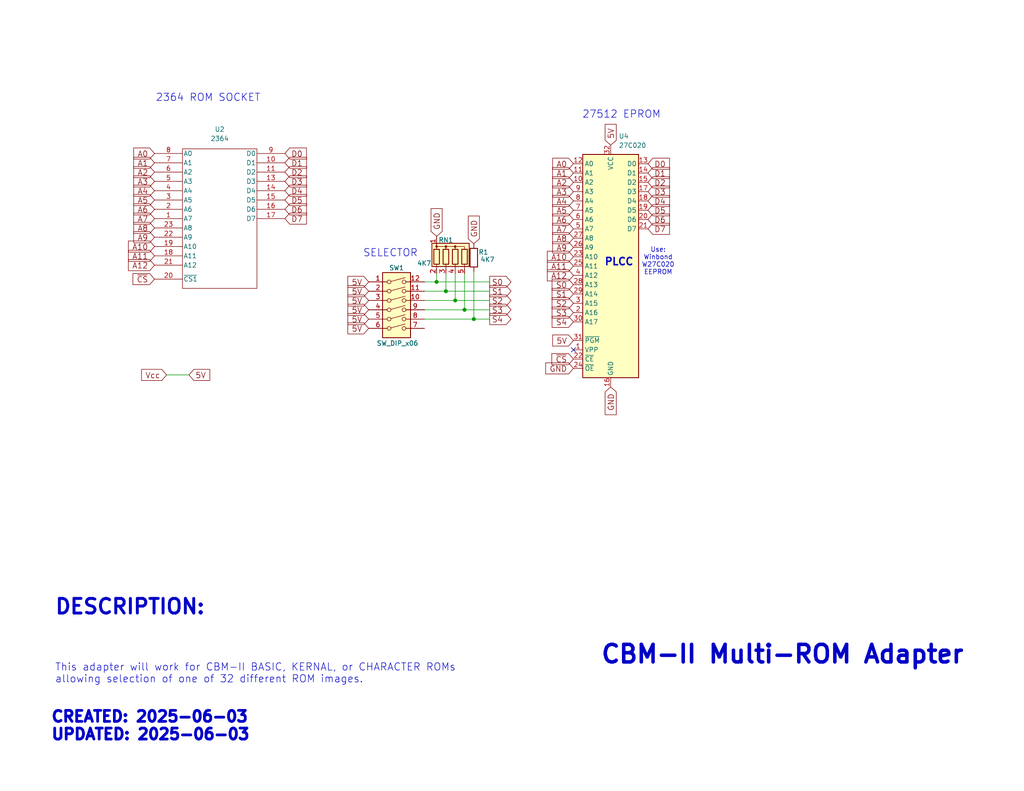
<source format=kicad_sch>
(kicad_sch (version 20250114) (generator "eeschema") (generator_version "9.0")
  (paper "USLetter")
  (title_block (title "CBM-II Multi-ROM Adapter") (date "2025-06-03") (rev "1.0") (company "Steve J. Gray"))
  (lib_symbols
    (symbol "Device:R" (pin_numbers (hide yes)) (pin_names (offset 0))
      (property "Reference" "R" (at 2.032 0 90))
      (property "Value" "R" (at 0 0 90))
      (symbol "R_0_1"
        (rectangle (start -1.016 -2.54) (end 1.016 2.54) (stroke (width 0.254)))
      )
      (symbol "R_1_1"
        (pin passive line (at 0 3.81 270) (length 1.27) (name "~") (number "1"))
        (pin passive line (at 0 -3.81 90) (length 1.27) (name "~") (number "2"))
      )
    )
    (symbol "Device:R_Network04" (pin_names (offset 0) (hide yes))
      (property "Reference" "RN" (at -7.62 0 90))
      (property "Value" "R_Network04" (at 5.08 0 90))
      (symbol "R_Network04_0_1"
        (rectangle (start -6.35 -3.175) (end 3.81 3.175) (stroke (width 0.254)) (fill (type background)))
        (rectangle (start -5.842 1.524) (end -4.318 -2.54) (stroke (width 0.254)))
        (circle (center -5.08 2.286) (radius 0.254) (fill (type outline)))
        (polyline (pts (xy -5.08 1.524) (xy -5.08 2.286) (xy -2.54 2.286) (xy -2.54 1.524)))
        (polyline (pts (xy -5.08 -2.54) (xy -5.08 -3.81)))
        (rectangle (start -3.302 1.524) (end -1.778 -2.54) (stroke (width 0.254)))
        (circle (center -2.54 2.286) (radius 0.254) (fill (type outline)))
        (polyline (pts (xy -2.54 1.524) (xy -2.54 2.286) (xy 0 2.286) (xy 0 1.524)))
        (polyline (pts (xy -2.54 -2.54) (xy -2.54 -3.81)))
        (rectangle (start -0.762 1.524) (end 0.762 -2.54) (stroke (width 0.254)))
        (circle (center 0 2.286) (radius 0.254) (fill (type outline)))
        (polyline (pts (xy 0 1.524) (xy 0 2.286) (xy 2.54 2.286) (xy 2.54 1.524)))
        (polyline (pts (xy 0 -2.54) (xy 0 -3.81)))
        (rectangle (start 1.778 1.524) (end 3.302 -2.54) (stroke (width 0.254)))
        (polyline (pts (xy 2.54 -2.54) (xy 2.54 -3.81)))
      )
      (symbol "R_Network04_1_1"
        (pin passive line (at -5.08 5.08 270) (length 2.54) (name "common") (number "1"))
        (pin passive line (at -5.08 -5.08 90) (length 1.27) (name "R1") (number "2"))
        (pin passive line (at -2.54 -5.08 90) (length 1.27) (name "R2") (number "3"))
        (pin passive line (at 0 -5.08 90) (length 1.27) (name "R3") (number "4"))
        (pin passive line (at 2.54 -5.08 90) (length 1.27) (name "R4") (number "5"))
      )
    )
    (symbol "Memory_EPROM:27C020"
      (property "Reference" "U" (at -7.62 31.75 0))
      (property "Value" "27C020" (at 2.54 -31.75 0))
      (symbol "27C020_1_1"
        (rectangle (start -7.62 30.48) (end 7.62 -30.48) (stroke (width 0.254)) (fill (type background)))
        (pin input line (at -10.16 27.94 0) (length 2.54) (name "A0") (number "12"))
        (pin input line (at -10.16 25.4 0) (length 2.54) (name "A1") (number "11"))
        (pin input line (at -10.16 22.86 0) (length 2.54) (name "A2") (number "10"))
        (pin input line (at -10.16 20.32 0) (length 2.54) (name "A3") (number "9"))
        (pin input line (at -10.16 17.78 0) (length 2.54) (name "A4") (number "8"))
        (pin input line (at -10.16 15.24 0) (length 2.54) (name "A5") (number "7"))
        (pin input line (at -10.16 12.7 0) (length 2.54) (name "A6") (number "6"))
        (pin input line (at -10.16 10.16 0) (length 2.54) (name "A7") (number "5"))
        (pin input line (at -10.16 7.62 0) (length 2.54) (name "A8") (number "27"))
        (pin input line (at -10.16 5.08 0) (length 2.54) (name "A9") (number "26"))
        (pin input line (at -10.16 2.54 0) (length 2.54) (name "A10") (number "23"))
        (pin input line (at -10.16 0 0) (length 2.54) (name "A11") (number "25"))
        (pin input line (at -10.16 -2.54 0) (length 2.54) (name "A12") (number "4"))
        (pin input line (at -10.16 -5.08 0) (length 2.54) (name "A13") (number "28"))
        (pin input line (at -10.16 -7.62 0) (length 2.54) (name "A14") (number "29"))
        (pin input line (at -10.16 -10.16 0) (length 2.54) (name "A15") (number "3"))
        (pin input line (at -10.16 -12.7 0) (length 2.54) (name "A16") (number "2"))
        (pin input line (at -10.16 -15.24 0) (length 2.54) (name "A17") (number "30"))
        (pin input line (at -10.16 -20.32 0) (length 2.54) (name "~{PGM}") (number "31"))
        (pin input line (at -10.16 -22.86 0) (length 2.54) (name "VPP") (number "1"))
        (pin input line (at -10.16 -25.4 0) (length 2.54) (name "~{CE}") (number "22"))
        (pin input line (at -10.16 -27.94 0) (length 2.54) (name "~{OE}") (number "24"))
        (pin power_in line (at 0 33.02 270) (length 2.54) (name "VCC") (number "32"))
        (pin power_in line (at 0 -33.02 90) (length 2.54) (name "GND") (number "16"))
        (pin tri_state line (at 10.16 27.94 180) (length 2.54) (name "D0") (number "13"))
        (pin tri_state line (at 10.16 25.4 180) (length 2.54) (name "D1") (number "14"))
        (pin tri_state line (at 10.16 22.86 180) (length 2.54) (name "D2") (number "15"))
        (pin tri_state line (at 10.16 20.32 180) (length 2.54) (name "D3") (number "17"))
        (pin tri_state line (at 10.16 17.78 180) (length 2.54) (name "D4") (number "18"))
        (pin tri_state line (at 10.16 15.24 180) (length 2.54) (name "D5") (number "19"))
        (pin tri_state line (at 10.16 12.7 180) (length 2.54) (name "D6") (number "20"))
        (pin tri_state line (at 10.16 10.16 180) (length 2.54) (name "D7") (number "21"))
      )
    )
    (symbol "Switch:SW_DIP_x06" (pin_names (offset 0) (hide yes))
      (property "Reference" "SW" (at 0 11.43 0))
      (property "Value" "SW_DIP_x06" (at 0 -8.89 0))
      (symbol "SW_DIP_x06_0_0"
        (circle (center -2.032 7.62) (radius 0.508))
        (circle (center -2.032 5.08) (radius 0.508))
        (circle (center -2.032 2.54) (radius 0.508))
        (circle (center -2.032 0) (radius 0.508))
        (circle (center -2.032 -2.54) (radius 0.508))
        (circle (center -2.032 -5.08) (radius 0.508))
        (polyline (pts (xy -1.524 7.747) (xy 2.3622 8.7884)))
        (polyline (pts (xy -1.524 5.207) (xy 2.3622 6.2484)))
        (polyline (pts (xy -1.524 2.667) (xy 2.3622 3.7084)))
        (polyline (pts (xy -1.524 0.127) (xy 2.3622 1.1684)))
        (polyline (pts (xy -1.524 -2.3876) (xy 2.3622 -1.3462)))
        (polyline (pts (xy -1.524 -4.9276) (xy 2.3622 -3.8862)))
        (circle (center 2.032 7.62) (radius 0.508))
        (circle (center 2.032 5.08) (radius 0.508))
        (circle (center 2.032 2.54) (radius 0.508))
        (circle (center 2.032 0) (radius 0.508))
        (circle (center 2.032 -2.54) (radius 0.508))
        (circle (center 2.032 -5.08) (radius 0.508))
      )
      (symbol "SW_DIP_x06_0_1"
        (rectangle (start -3.81 10.16) (end 3.81 -7.62) (stroke (width 0.254)) (fill (type background)))
      )
      (symbol "SW_DIP_x06_1_1"
        (pin passive line (at -7.62 7.62 0) (length 5.08) (name "~") (number "1"))
        (pin passive line (at -7.62 5.08 0) (length 5.08) (name "~") (number "2"))
        (pin passive line (at -7.62 2.54 0) (length 5.08) (name "~") (number "3"))
        (pin passive line (at -7.62 0 0) (length 5.08) (name "~") (number "4"))
        (pin passive line (at -7.62 -2.54 0) (length 5.08) (name "~") (number "5"))
        (pin passive line (at -7.62 -5.08 0) (length 5.08) (name "~") (number "6"))
        (pin passive line (at 7.62 7.62 180) (length 5.08) (name "~") (number "12"))
        (pin passive line (at 7.62 5.08 180) (length 5.08) (name "~") (number "11"))
        (pin passive line (at 7.62 2.54 180) (length 5.08) (name "~") (number "10"))
        (pin passive line (at 7.62 0 180) (length 5.08) (name "~") (number "9"))
        (pin passive line (at 7.62 -2.54 180) (length 5.08) (name "~") (number "8"))
        (pin passive line (at 7.62 -5.08 180) (length 5.08) (name "~") (number "7"))
      )
    )
    (symbol "cbm-steve:2364" (pin_names (offset 0.254))
      (property "Reference" "U" (at 0 1.524 0))
      (property "Value" "2364" (at 0 -2.032 0))
      (symbol "2364_0_0"
        (pin power_in line (at 0 20.32 270) (length 1.27) (hide yes) (name "Vcc") (number "24"))
        (pin power_in line (at 0 -20.32 90) (length 1.27) (hide yes) (name "GND") (number "12"))
      )
      (symbol "2364_0_1"
        (rectangle (start -10.16 19.05) (end 10.16 -19.05))
      )
      (symbol "2364_1_1"
        (pin input line (at -17.78 17.78 0) (length 7.62) (name "A0") (number "8"))
        (pin input line (at -17.78 15.24 0) (length 7.62) (name "A1") (number "7"))
        (pin input line (at -17.78 12.7 0) (length 7.62) (name "A2") (number "6"))
        (pin input line (at -17.78 10.16 0) (length 7.62) (name "A3") (number "5"))
        (pin input line (at -17.78 7.62 0) (length 7.62) (name "A4") (number "4"))
        (pin input line (at -17.78 5.08 0) (length 7.62) (name "A5") (number "3"))
        (pin input line (at -17.78 2.54 0) (length 7.62) (name "A6") (number "2"))
        (pin input line (at -17.78 0 0) (length 7.62) (name "A7") (number "1"))
        (pin input line (at -17.78 -2.54 0) (length 7.62) (name "A8") (number "23"))
        (pin input line (at -17.78 -5.08 0) (length 7.62) (name "A9") (number "22"))
        (pin input line (at -17.78 -7.62 0) (length 7.62) (name "A10") (number "19"))
        (pin input line (at -17.78 -10.16 0) (length 7.62) (name "A11") (number "18"))
        (pin input line (at -17.78 -12.7 0) (length 7.62) (name "A12") (number "21"))
        (pin input line (at -17.78 -16.51 0) (length 7.62) (name "~{CS1}") (number "20"))
        (pin output line (at 17.78 17.78 180) (length 7.62) (name "D0") (number "9"))
        (pin output line (at 17.78 15.24 180) (length 7.62) (name "D1") (number "10"))
        (pin output line (at 17.78 12.7 180) (length 7.62) (name "D2") (number "11"))
        (pin output line (at 17.78 10.16 180) (length 7.62) (name "D3") (number "13"))
        (pin output line (at 17.78 7.62 180) (length 7.62) (name "D4") (number "14"))
        (pin output line (at 17.78 5.08 180) (length 7.62) (name "D5") (number "15"))
        (pin tri_state line (at 17.78 2.54 180) (length 7.62) (name "D6") (number "16"))
        (pin tri_state line (at 17.78 0 180) (length 7.62) (name "D7") (number "17"))
      )
    )
  )
  (text "CREATED: 2025-06-03\nUPDATED: 2025-06-03" (at 13.716 202.438 0) (effects (font (size 3 3) (thickness 0.7976) (bold yes)) (justify left bottom)))
  (text "This adapter will work for CBM-II BASIC, KERNAL, or CHARACTER ROMs\nallowing selection of one of 32 different ROM images." (at 14.986 186.69 0) (effects (font (size 2.0066 2.0066)) (justify left bottom)))
  (text "2364 ROM SOCKET" (at 71.12 27.94 0) (effects (font (size 2.0066 2.0066)) (justify right bottom)))
  (text "PLCC" (at 168.91 71.628 0) (effects (font (size 2 2) (thickness 0.4) (bold yes))))
  (text "Use:\nWinbond\nW27C020\nEEPROM" (at 179.578 71.374 0) (effects (font (size 1.27 1.27))))
  (text "27512 EPROM" (at 180.34 32.512 0) (effects (font (size 2.0066 2.0066)) (justify right bottom)))
  (text "SELECTOR" (at 114.046 70.358 0) (effects (font (size 2.0066 2.0066)) (justify right bottom)))
  (text "DESCRIPTION:" (at 14.732 168.148 0) (effects (font (size 3.9878 3.9878) (thickness 0.7976) (bold yes)) (justify left bottom)))
  (text "CBM-II Multi-ROM Adapter" (at 263.398 181.61 0) (effects (font (size 4.8006 4.8006) (thickness 0.9601) (bold yes)) (justify right bottom)))
  (junction (at 126.746 84.582))
  (junction (at 124.206 82.042))
  (junction (at 129.286 87.122))
  (junction (at 119.126 76.962))
  (junction (at 121.666 79.502))
  (no_connect (at 156.464 95.504))
  (wire (pts (xy 115.824 84.582) (xy 126.746 84.582)))
  (wire (pts (xy 124.206 74.676) (xy 124.206 82.042)))
  (wire (pts (xy 121.666 79.502) (xy 133.604 79.502)))
  (wire (pts (xy 126.746 84.582) (xy 133.604 84.582)))
  (wire (pts (xy 115.824 87.122) (xy 129.286 87.122)))
  (wire (pts (xy 129.286 74.168) (xy 129.286 87.122)))
  (wire (pts (xy 45.466 102.362) (xy 51.562 102.362)))
  (wire (pts (xy 129.286 87.122) (xy 133.604 87.122)))
  (wire (pts (xy 115.824 76.962) (xy 119.126 76.962)))
  (wire (pts (xy 124.206 82.042) (xy 133.604 82.042)))
  (wire (pts (xy 121.666 74.676) (xy 121.666 79.502)))
  (wire (pts (xy 119.126 74.676) (xy 119.126 76.962)))
  (wire (pts (xy 126.746 74.676) (xy 126.746 84.582)))
  (wire (pts (xy 115.824 79.502) (xy 121.666 79.502)))
  (wire (pts (xy 115.824 82.042) (xy 124.206 82.042)))
  (wire (pts (xy 119.126 76.962) (xy 133.604 76.962)))
  (global_label "D5" (shape input) (at 77.724 54.61 0) (effects (font (size 1.524 1.524))) (property "Intersheetrefs" "${INTERSHEET_REFS}" (effects (hide yes))))
  (global_label "A3" (shape input) (at 156.464 52.324 180) (effects (font (size 1.524 1.524))) (property "Intersheetrefs" "${INTERSHEET_REFS}" (effects (hide yes))))
  (global_label "A11" (shape input) (at 156.464 72.644 180) (effects (font (size 1.524 1.524))) (property "Intersheetrefs" "${INTERSHEET_REFS}" (effects (hide yes))))
  (global_label "A8" (shape input) (at 156.464 65.024 180) (effects (font (size 1.524 1.524))) (property "Intersheetrefs" "${INTERSHEET_REFS}" (effects (hide yes))))
  (global_label "S1" (shape input) (at 156.464 80.264 180) (effects (font (size 1.524 1.524))) (property "Intersheetrefs" "${INTERSHEET_REFS}" (effects (hide yes))))
  (global_label "A2" (shape input) (at 42.164 46.99 180) (effects (font (size 1.524 1.524))) (property "Intersheetrefs" "${INTERSHEET_REFS}" (effects (hide yes))))
  (global_label "5V" (shape input) (at 100.584 84.582 180) (effects (font (size 1.524 1.524))) (property "Intersheetrefs" "${INTERSHEET_REFS}" (effects (hide yes))))
  (global_label "D1" (shape input) (at 176.784 47.244 0) (effects (font (size 1.524 1.524))) (property "Intersheetrefs" "${INTERSHEET_REFS}" (effects (hide yes))))
  (global_label "A4" (shape input) (at 156.464 54.864 180) (effects (font (size 1.524 1.524))) (property "Intersheetrefs" "${INTERSHEET_REFS}" (effects (hide yes))))
  (global_label "GND" (shape input) (at 166.624 105.664 270) (effects (font (size 1.524 1.524))) (property "Intersheetrefs" "${INTERSHEET_REFS}" (effects (hide yes))))
  (global_label "D6" (shape input) (at 176.784 59.944 0) (effects (font (size 1.524 1.524))) (property "Intersheetrefs" "${INTERSHEET_REFS}" (effects (hide yes))))
  (global_label "D5" (shape input) (at 176.784 57.404 0) (effects (font (size 1.524 1.524))) (property "Intersheetrefs" "${INTERSHEET_REFS}" (effects (hide yes))))
  (global_label "D2" (shape input) (at 176.784 49.784 0) (effects (font (size 1.524 1.524))) (property "Intersheetrefs" "${INTERSHEET_REFS}" (effects (hide yes))))
  (global_label "5V" (shape input) (at 100.584 82.042 180) (effects (font (size 1.524 1.524))) (property "Intersheetrefs" "${INTERSHEET_REFS}" (effects (hide yes))))
  (global_label "A0" (shape input) (at 156.464 44.704 180) (effects (font (size 1.524 1.524))) (property "Intersheetrefs" "${INTERSHEET_REFS}" (effects (hide yes))))
  (global_label "D3" (shape input) (at 176.784 52.324 0) (effects (font (size 1.524 1.524))) (property "Intersheetrefs" "${INTERSHEET_REFS}" (effects (hide yes))))
  (global_label "5V" (shape input) (at 51.562 102.362 0) (effects (font (size 1.524 1.524))) (property "Intersheetrefs" "${INTERSHEET_REFS}" (effects (hide yes))))
  (global_label "S3" (shape output) (at 133.604 84.582 0) (effects (font (size 1.524 1.524))) (property "Intersheetrefs" "${INTERSHEET_REFS}" (effects (hide yes))))
  (global_label "A1" (shape input) (at 156.464 47.244 180) (effects (font (size 1.524 1.524))) (property "Intersheetrefs" "${INTERSHEET_REFS}" (effects (hide yes))))
  (global_label "D2" (shape input) (at 77.724 46.99 0) (effects (font (size 1.524 1.524))) (property "Intersheetrefs" "${INTERSHEET_REFS}" (effects (hide yes))))
  (global_label "S1" (shape output) (at 133.604 79.502 0) (effects (font (size 1.524 1.524))) (property "Intersheetrefs" "${INTERSHEET_REFS}" (effects (hide yes))))
  (global_label "S2" (shape output) (at 133.604 82.042 0) (effects (font (size 1.524 1.524))) (property "Intersheetrefs" "${INTERSHEET_REFS}" (effects (hide yes))))
  (global_label "S0" (shape output) (at 133.604 76.962 0) (effects (font (size 1.524 1.524))) (property "Intersheetrefs" "${INTERSHEET_REFS}" (effects (hide yes))))
  (global_label "D4" (shape input) (at 176.784 54.864 0) (effects (font (size 1.524 1.524))) (property "Intersheetrefs" "${INTERSHEET_REFS}" (effects (hide yes))))
  (global_label "A7" (shape input) (at 42.164 59.69 180) (effects (font (size 1.524 1.524))) (property "Intersheetrefs" "${INTERSHEET_REFS}" (effects (hide yes))))
  (global_label "D0" (shape input) (at 77.724 41.91 0) (effects (font (size 1.524 1.524))) (property "Intersheetrefs" "${INTERSHEET_REFS}" (effects (hide yes))))
  (global_label "D1" (shape input) (at 77.724 44.45 0) (effects (font (size 1.524 1.524))) (property "Intersheetrefs" "${INTERSHEET_REFS}" (effects (hide yes))))
  (global_label "S4" (shape input) (at 156.464 87.884 180) (effects (font (size 1.524 1.524))) (property "Intersheetrefs" "${INTERSHEET_REFS}" (effects (hide yes))))
  (global_label "A10" (shape input) (at 42.164 67.31 180) (effects (font (size 1.524 1.524))) (property "Intersheetrefs" "${INTERSHEET_REFS}" (effects (hide yes))))
  (global_label "D7" (shape input) (at 176.784 62.484 0) (effects (font (size 1.524 1.524))) (property "Intersheetrefs" "${INTERSHEET_REFS}" (effects (hide yes))))
  (global_label "S0" (shape input) (at 156.464 77.724 180) (effects (font (size 1.524 1.524))) (property "Intersheetrefs" "${INTERSHEET_REFS}" (effects (hide yes))))
  (global_label "S3" (shape input) (at 156.464 85.344 180) (effects (font (size 1.524 1.524))) (property "Intersheetrefs" "${INTERSHEET_REFS}" (effects (hide yes))))
  (global_label "A5" (shape input) (at 156.464 57.404 180) (effects (font (size 1.524 1.524))) (property "Intersheetrefs" "${INTERSHEET_REFS}" (effects (hide yes))))
  (global_label "D7" (shape input) (at 77.724 59.69 0) (effects (font (size 1.524 1.524))) (property "Intersheetrefs" "${INTERSHEET_REFS}" (effects (hide yes))))
  (global_label "A2" (shape input) (at 156.464 49.784 180) (effects (font (size 1.524 1.524))) (property "Intersheetrefs" "${INTERSHEET_REFS}" (effects (hide yes))))
  (global_label "A8" (shape input) (at 42.164 62.23 180) (effects (font (size 1.524 1.524))) (property "Intersheetrefs" "${INTERSHEET_REFS}" (effects (hide yes))))
  (global_label "A6" (shape input) (at 42.164 57.15 180) (effects (font (size 1.524 1.524))) (property "Intersheetrefs" "${INTERSHEET_REFS}" (effects (hide yes))))
  (global_label "A7" (shape input) (at 156.464 62.484 180) (effects (font (size 1.524 1.524))) (property "Intersheetrefs" "${INTERSHEET_REFS}" (effects (hide yes))))
  (global_label "Vcc" (shape input) (at 45.466 102.362 180) (effects (font (size 1.524 1.524))) (property "Intersheetrefs" "${INTERSHEET_REFS}" (effects (hide yes))))
  (global_label "5V" (shape input) (at 100.584 76.962 180) (effects (font (size 1.524 1.524))) (property "Intersheetrefs" "${INTERSHEET_REFS}" (effects (hide yes))))
  (global_label "A1" (shape input) (at 42.164 44.45 180) (effects (font (size 1.524 1.524))) (property "Intersheetrefs" "${INTERSHEET_REFS}" (effects (hide yes))))
  (global_label "D0" (shape input) (at 176.784 44.704 0) (effects (font (size 1.524 1.524))) (property "Intersheetrefs" "${INTERSHEET_REFS}" (effects (hide yes))))
  (global_label "A9" (shape input) (at 156.464 67.564 180) (effects (font (size 1.524 1.524))) (property "Intersheetrefs" "${INTERSHEET_REFS}" (effects (hide yes))))
  (global_label "D6" (shape input) (at 77.724 57.15 0) (effects (font (size 1.524 1.524))) (property "Intersheetrefs" "${INTERSHEET_REFS}" (effects (hide yes))))
  (global_label "5V" (shape input) (at 156.464 92.964 180) (effects (font (size 1.524 1.524))) (property "Intersheetrefs" "${INTERSHEET_REFS}" (effects (hide yes))))
  (global_label "GND" (shape input) (at 156.464 100.584 180) (effects (font (size 1.524 1.524))) (property "Intersheetrefs" "${INTERSHEET_REFS}" (effects (hide yes))))
  (global_label "GND" (shape input) (at 129.286 66.548 90) (effects (font (size 1.524 1.524))) (property "Intersheetrefs" "${INTERSHEET_REFS}" (effects (hide yes))))
  (global_label "A12" (shape input) (at 42.164 72.39 180) (effects (font (size 1.524 1.524))) (property "Intersheetrefs" "${INTERSHEET_REFS}" (effects (hide yes))))
  (global_label "~{CS}" (shape input) (at 156.464 98.044 180) (effects (font (size 1.524 1.524))) (property "Intersheetrefs" "${INTERSHEET_REFS}" (effects (hide yes))))
  (global_label "A12" (shape input) (at 156.464 75.184 180) (effects (font (size 1.524 1.524))) (property "Intersheetrefs" "${INTERSHEET_REFS}" (effects (hide yes))))
  (global_label "~{CS}" (shape input) (at 42.164 76.2 180) (effects (font (size 1.524 1.524))) (property "Intersheetrefs" "${INTERSHEET_REFS}" (effects (hide yes))))
  (global_label "GND" (shape input) (at 119.126 64.516 90) (effects (font (size 1.524 1.524))) (property "Intersheetrefs" "${INTERSHEET_REFS}" (effects (hide yes))))
  (global_label "5V" (shape input) (at 100.584 89.662 180) (effects (font (size 1.524 1.524))) (property "Intersheetrefs" "${INTERSHEET_REFS}" (effects (hide yes))))
  (global_label "A0" (shape input) (at 42.164 41.91 180) (effects (font (size 1.524 1.524))) (property "Intersheetrefs" "${INTERSHEET_REFS}" (effects (hide yes))))
  (global_label "D3" (shape input) (at 77.724 49.53 0) (effects (font (size 1.524 1.524))) (property "Intersheetrefs" "${INTERSHEET_REFS}" (effects (hide yes))))
  (global_label "A5" (shape input) (at 42.164 54.61 180) (effects (font (size 1.524 1.524))) (property "Intersheetrefs" "${INTERSHEET_REFS}" (effects (hide yes))))
  (global_label "S4" (shape output) (at 133.604 87.122 0) (effects (font (size 1.524 1.524))) (property "Intersheetrefs" "${INTERSHEET_REFS}" (effects (hide yes))))
  (global_label "5V" (shape input) (at 100.584 79.502 180) (effects (font (size 1.524 1.524))) (property "Intersheetrefs" "${INTERSHEET_REFS}" (effects (hide yes))))
  (global_label "D4" (shape input) (at 77.724 52.07 0) (effects (font (size 1.524 1.524))) (property "Intersheetrefs" "${INTERSHEET_REFS}" (effects (hide yes))))
  (global_label "A11" (shape input) (at 42.164 69.85 180) (effects (font (size 1.524 1.524))) (property "Intersheetrefs" "${INTERSHEET_REFS}" (effects (hide yes))))
  (global_label "5V" (shape input) (at 100.584 87.122 180) (effects (font (size 1.524 1.524))) (property "Intersheetrefs" "${INTERSHEET_REFS}" (effects (hide yes))))
  (global_label "5V" (shape input) (at 166.624 39.624 90) (effects (font (size 1.524 1.524))) (property "Intersheetrefs" "${INTERSHEET_REFS}" (effects (hide yes))))
  (global_label "S2" (shape input) (at 156.464 82.804 180) (effects (font (size 1.524 1.524))) (property "Intersheetrefs" "${INTERSHEET_REFS}" (effects (hide yes))))
  (global_label "A10" (shape input) (at 156.464 70.104 180) (effects (font (size 1.524 1.524))) (property "Intersheetrefs" "${INTERSHEET_REFS}" (effects (hide yes))))
  (global_label "A9" (shape input) (at 42.164 64.77 180) (effects (font (size 1.524 1.524))) (property "Intersheetrefs" "${INTERSHEET_REFS}" (effects (hide yes))))
  (global_label "A4" (shape input) (at 42.164 52.07 180) (effects (font (size 1.524 1.524))) (property "Intersheetrefs" "${INTERSHEET_REFS}" (effects (hide yes))))
  (global_label "A6" (shape input) (at 156.464 59.944 180) (effects (font (size 1.524 1.524))) (property "Intersheetrefs" "${INTERSHEET_REFS}" (effects (hide yes))))
  (global_label "A3" (shape input) (at 42.164 49.53 180) (effects (font (size 1.524 1.524))) (property "Intersheetrefs" "${INTERSHEET_REFS}" (effects (hide yes))))
  (symbol (lib_id "cbm-steve:2364") (at 59.944 59.69 0) (unit 1)
    (property "Reference" "U2" (at 59.944 35.306 0))
    (property "Value" "2364" (at 59.944 37.846 0))
    (property "Footprint" "Package_DIP:DIP-24_W15.24mm_Socket" (effects (hide yes)))
  )
  (symbol (lib_id "Memory_EPROM:27C020") (at 166.624 72.644 0) (unit 1)
    (property "Reference" "U4" (at 168.8181 37.1602 0) (effects (justify left)))
    (property "Value" "27C020" (at 168.8181 39.7002 0) (effects (justify left)))
    (property "Footprint" "Package_LCC:PLCC-32_THT-Socket" (effects (hide yes)))
    (property "Datasheet" "http://ww1.microchip.com/downloads/en/devicedoc/doc0570.pdf" (effects (hide yes)))
  )
  (symbol (lib_id "Switch:SW_DIP_x06") (at 108.204 84.582 0) (unit 1)
    (property "Reference" "SW1" (at 108.204 73.152 0))
    (property "Value" "SW_DIP_x06" (at 108.458 93.726 0))
    (property "Footprint" "Button_Switch_THT:SW_DIP_SPSTx06_Slide_6.7x16.8mm_W7.62mm_P2.54mm_LowProfile" (effects (hide yes)))
    (property "Description" "6x DIP Switch, Single Pole Single Throw (SPST) switch, small symbol" (effects (hide yes)))
  )
  (symbol (lib_id "Device:R_Network04") (at 124.206 69.596 0) (unit 1)
    (property "Reference" "RN1" (at 119.634 65.532 0) (effects (justify left)))
    (property "Value" "4K7" (at 113.792 71.882 0) (effects (justify left)))
    (property "Footprint" "Resistor_THT:R_Array_SIP5" (effects (hide yes)))
    (property "Datasheet" "http://www.vishay.com/docs/31509/csc.pdf" (effects (hide yes)))
    (property "Description" "4 resistor network, star topology, bussed resistors, small symbol" (effects (hide yes)))
  )
  (symbol (lib_id "Device:R") (at 129.286 70.358 0) (unit 1)
    (property "Reference" "R1" (at 130.556 68.834 0) (effects (justify left)))
    (property "Value" "4K7" (at 131.064 70.866 0) (effects (justify left)))
    (property "Footprint" "Resistor_THT:R_Axial_DIN0204_L3.6mm_D1.6mm_P5.08mm_Horizontal" (effects (hide yes)))
    (property "Description" "Resistor" (effects (hide yes)))
  )
)
</source>
